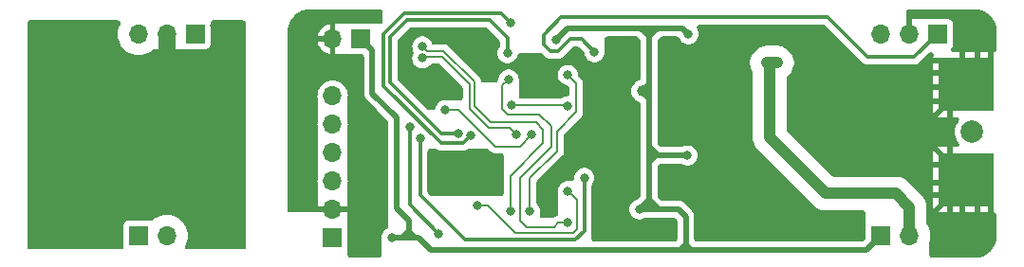
<source format=gbr>
%TF.GenerationSoftware,KiCad,Pcbnew,8.0.6*%
%TF.CreationDate,2024-11-11T23:30:30+07:00*%
%TF.ProjectId,panel,70616e65-6c2e-46b6-9963-61645f706362,rev?*%
%TF.SameCoordinates,PX6b0cc90PY5b8d800*%
%TF.FileFunction,Copper,L2,Bot*%
%TF.FilePolarity,Positive*%
%FSLAX46Y46*%
G04 Gerber Fmt 4.6, Leading zero omitted, Abs format (unit mm)*
G04 Created by KiCad (PCBNEW 8.0.6) date 2024-11-11 23:30:30*
%MOMM*%
%LPD*%
G01*
G04 APERTURE LIST*
%TA.AperFunction,ComponentPad*%
%ADD10R,1.700000X1.700000*%
%TD*%
%TA.AperFunction,ComponentPad*%
%ADD11O,1.700000X1.700000*%
%TD*%
%TA.AperFunction,ComponentPad*%
%ADD12C,2.000000*%
%TD*%
%TA.AperFunction,SMDPad,CuDef*%
%ADD13R,4.900000X4.800000*%
%TD*%
%TA.AperFunction,ViaPad*%
%ADD14C,0.800000*%
%TD*%
%TA.AperFunction,ViaPad*%
%ADD15C,1.000000*%
%TD*%
%TA.AperFunction,Conductor*%
%ADD16C,0.500000*%
%TD*%
%TA.AperFunction,Conductor*%
%ADD17C,0.300000*%
%TD*%
%TA.AperFunction,Conductor*%
%ADD18C,0.200000*%
%TD*%
%TA.AperFunction,Conductor*%
%ADD19C,1.000000*%
%TD*%
%TA.AperFunction,Conductor*%
%ADD20C,1.500000*%
%TD*%
G04 APERTURE END LIST*
D10*
%TO.P,J3,1,1*%
%TO.N,+3.3V*%
X27749999Y1800000D03*
D11*
%TO.P,J3,2,2*%
%TO.N,GND*%
X27749999Y4340000D03*
%TO.P,J3,3,3*%
%TO.N,OE*%
X27749999Y6880000D03*
%TO.P,J3,4,4*%
%TO.N,Pdamp*%
X27749999Y9420000D03*
%TO.P,J3,5,5*%
%TO.N,P-*%
X27749999Y11960000D03*
%TO.P,J3,6,6*%
%TO.N,P+*%
X27749999Y14500000D03*
%TD*%
D12*
%TO.P,REF\u002A\u002A,1*%
%TO.N,Net-(D1-K-Pad3)*%
X84749999Y11250000D03*
%TD*%
D10*
%TO.P,J2,1,Pin_1*%
%TO.N,+5V*%
X30289999Y19580000D03*
D11*
%TO.P,J2,2,Pin_2*%
%TO.N,GND*%
X27749999Y19580000D03*
%TD*%
D10*
%TO.P,J6,1,Pin_1*%
%TO.N,+5V*%
X76669999Y2000000D03*
D11*
%TO.P,J6,2,Pin_2*%
%TO.N,+HV*%
X79209999Y2000000D03*
%TD*%
D10*
%TO.P,J4,1,Pin_1*%
%TO.N,OE*%
X81749999Y20000000D03*
D11*
%TO.P,J4,2,Pin_2*%
%TO.N,GND*%
X79209999Y20000000D03*
%TO.P,J4,3,Pin_3*%
%TO.N,-HV*%
X76669999Y20000000D03*
%TD*%
D13*
%TO.P,J1,2,2*%
%TO.N,GND*%
X84275999Y7000000D03*
X84275999Y15500000D03*
%TD*%
D10*
%TO.P,J5,1,Pin_1*%
%TO.N,OE*%
X15500002Y19999999D03*
D11*
%TO.P,J5,2,Pin_2*%
%TO.N,GND*%
X12960002Y19999999D03*
%TO.P,J5,3,Pin_3*%
%TO.N,-HV*%
X10420002Y19999999D03*
%TD*%
D10*
%TO.P,J7,1,Pin_1*%
%TO.N,+5V*%
X10420002Y1999999D03*
D11*
%TO.P,J7,2,Pin_2*%
%TO.N,+HV*%
X12960002Y1999999D03*
%TD*%
D14*
%TO.N,GND*%
X74749999Y15250000D03*
X85949999Y18850000D03*
X36749999Y6250000D03*
X47249999Y6000000D03*
X36499999Y16750000D03*
X47249999Y4000000D03*
X51249999Y5000000D03*
X61749999Y6500000D03*
X41749999Y6750000D03*
X57249999Y11250000D03*
X67249999Y20250000D03*
X60749999Y7600000D03*
X68999999Y4500000D03*
X56499999Y3000000D03*
X70249999Y2000000D03*
X60749999Y18500000D03*
X36699999Y13900000D03*
X85249999Y3700000D03*
X76249999Y16750000D03*
X53499999Y11250000D03*
X79249999Y12250000D03*
X68999999Y2000000D03*
X68999999Y5750000D03*
X74749999Y16750000D03*
X52499999Y5000000D03*
X40999999Y7500000D03*
X83999999Y750000D03*
X85249999Y750000D03*
X52499999Y3750000D03*
X86499999Y3700000D03*
X83749999Y18850000D03*
X83999999Y3700000D03*
X74749999Y13750000D03*
X68999999Y13750000D03*
X38149999Y19550000D03*
X58999999Y7500000D03*
X80899999Y6700000D03*
X80749999Y12500000D03*
X47249999Y7000000D03*
X74749999Y3750000D03*
X68999999Y3250000D03*
X35499999Y15750000D03*
X32249999Y3000000D03*
X80899999Y5550000D03*
X42499999Y6000000D03*
X77749999Y13000000D03*
X82749999Y3700000D03*
X80899999Y8100000D03*
X71749999Y9000000D03*
X67999999Y6750000D03*
X75749999Y13000000D03*
X36749999Y8250000D03*
X32249999Y5500000D03*
X74799999Y2000000D03*
X28249999Y17000000D03*
X68999999Y12750000D03*
X68249999Y19250000D03*
X57749999Y3000000D03*
X29749999Y500000D03*
X42499999Y7500000D03*
X36749999Y9250000D03*
X60499999Y2900000D03*
X61749999Y8500000D03*
X51249999Y15500000D03*
X81499999Y3700000D03*
X51499999Y11250000D03*
X80749999Y16750000D03*
X80749999Y13750000D03*
X68999999Y11750000D03*
X31249999Y21500000D03*
X31499999Y500000D03*
X52499999Y14250000D03*
X48399999Y14900000D03*
X81499999Y750000D03*
X60749999Y9500000D03*
X61749999Y2900000D03*
X58249999Y11250000D03*
X80749999Y15250000D03*
X47249999Y5000000D03*
X73249999Y2000000D03*
X52499999Y15500000D03*
X79999999Y11500000D03*
X51249999Y3750000D03*
X51249999Y14250000D03*
X63499999Y6500000D03*
X71749999Y2000000D03*
X36749999Y7250000D03*
X54749999Y11250000D03*
X49749999Y11250000D03*
X79249999Y16750000D03*
X73249999Y9000000D03*
X67249999Y7500000D03*
X77749999Y16750000D03*
X29249999Y21500000D03*
X29999999Y5500000D03*
X86499999Y1500000D03*
X37799999Y14800000D03*
X82749999Y750000D03*
%TO.N,+5V*%
X32999999Y1800000D03*
X47649999Y19500000D03*
D15*
X55399999Y14900000D03*
D14*
X59399999Y9150000D03*
X59499999Y20000000D03*
X55124999Y4350000D03*
%TO.N,Pdamp*%
X37199999Y2150000D03*
X34649999Y11750000D03*
%TO.N,DAMP*%
X40699999Y4650000D03*
X48724999Y5950000D03*
%TO.N,Net-(H1-2A)*%
X38949999Y11100000D03*
X43349999Y18300000D03*
%TO.N,P+*%
X35749999Y18900000D03*
X43599999Y4150000D03*
%TO.N,PULSE+*%
X45349999Y4150000D03*
X48724999Y16350000D03*
%TO.N,_PULSE-*%
X37799999Y13200000D03*
X45524999Y11025000D03*
%TO.N,P-*%
X44099999Y11025000D03*
X35749999Y17850000D03*
%TO.N,Net-(H1-4A)*%
X43599999Y21050000D03*
X40062499Y10962500D03*
%TO.N,PULSE-*%
X48724999Y13550000D03*
X43724999Y13650000D03*
%TO.N,OE*%
X51099999Y18400000D03*
X35549999Y10700000D03*
X50199999Y7150000D03*
%TO.N,~{DAMP}*%
X43449999Y15950000D03*
X48724999Y3150000D03*
%TO.N,+HV*%
X67449999Y17500000D03*
X66499999Y17450000D03*
%TO.N,GND*%
X19500002Y20749999D03*
X2250002Y16499999D03*
X5500002Y10499999D03*
X16500002Y7499999D03*
X16500002Y13999999D03*
X1000002Y4749999D03*
X19500002Y7999999D03*
X11750002Y15999999D03*
X7500002Y13499999D03*
X1000002Y20749999D03*
X17250002Y20749999D03*
X8750002Y10499999D03*
X12000002Y13499999D03*
X19500002Y12249999D03*
X5250002Y17499999D03*
X1000002Y16499999D03*
X19500002Y4249999D03*
X16500002Y10499999D03*
X12750002Y7999999D03*
X12750002Y10499999D03*
X5500002Y7999999D03*
X4250002Y13499999D03*
X19500002Y16749999D03*
X1000002Y1249999D03*
X2000002Y19749999D03*
%TD*%
D16*
%TO.N,GND*%
X85249999Y15912000D02*
X85249999Y18988000D01*
X86449999Y2762000D02*
X86449999Y5838000D01*
X85249999Y2962000D02*
X85249999Y6038000D01*
X83787999Y17650000D02*
X80711999Y17650000D01*
X80761999Y8300000D02*
X83837999Y8300000D01*
X80761999Y5650000D02*
X83837999Y5650000D01*
X80899999Y6700000D02*
X83975999Y6700000D01*
X83975999Y6700000D02*
X84275999Y7000000D01*
X83949999Y3062000D02*
X83949999Y6138000D01*
X82799999Y11412000D02*
X82799999Y14488000D01*
X83687999Y16500000D02*
X80611999Y16500000D01*
X82799999Y7962000D02*
X82799999Y11038000D01*
X83949999Y16012000D02*
X83949999Y19088000D01*
X82799999Y3062000D02*
X82799999Y6138000D01*
X83587999Y14000000D02*
X80511999Y14000000D01*
X80761999Y15250000D02*
X83837999Y15250000D01*
X86449999Y15712000D02*
X86449999Y18788000D01*
%TO.N,+5V*%
X75369999Y700000D02*
X76749999Y2080000D01*
X59399999Y9150000D02*
X56749999Y9150000D01*
X59249999Y1250000D02*
X59249999Y1200000D01*
X56799999Y4350000D02*
X58599999Y4350000D01*
X55999999Y19800000D02*
X56749999Y20550000D01*
X34549999Y2400000D02*
X34549999Y2350000D01*
X56749999Y9150000D02*
X55999999Y9900000D01*
X34549999Y2400000D02*
X33949999Y1800000D01*
X55999999Y20550000D02*
X55999999Y19750000D01*
X58549999Y700000D02*
X58749999Y700000D01*
X55999999Y19750000D02*
X55999999Y19800000D01*
X34549999Y3350000D02*
X33449999Y4450000D01*
X55999999Y15500000D02*
X55999999Y15750000D01*
X34549999Y1800000D02*
X35099999Y1800000D01*
X55399999Y14900000D02*
X55399999Y14850000D01*
X34549999Y1800000D02*
X34549999Y2400000D01*
X56749999Y9150000D02*
X56599999Y9150000D01*
X32999999Y1800000D02*
X33949999Y1800000D01*
X55999999Y4350000D02*
X56799999Y4350000D01*
X55999999Y5250000D02*
X55999999Y4350000D01*
X59249999Y1200000D02*
X59749999Y700000D01*
X59249999Y1500000D02*
X59249999Y1250000D01*
X35449999Y1800000D02*
X36549999Y700000D01*
X59249999Y3700000D02*
X59249999Y1500000D01*
X56749999Y20550000D02*
X55249999Y20550000D01*
X56599999Y9150000D02*
X55999999Y8550000D01*
X59249999Y1200000D02*
X58749999Y700000D01*
X55124999Y4350000D02*
X55499999Y4350000D01*
X34549999Y2350000D02*
X35099999Y1800000D01*
X35099999Y1800000D02*
X35449999Y1800000D01*
X56049999Y9150000D02*
X55999999Y9100000D01*
X33449999Y4450000D02*
X33449999Y12550000D01*
X55399999Y14900000D02*
X55999999Y15500000D01*
X59249999Y1250000D02*
X59249999Y700000D01*
X33949999Y1800000D02*
X34549999Y1800000D01*
X55999999Y5250000D02*
X55999999Y5150000D01*
X58749999Y700000D02*
X59749999Y700000D01*
X55999999Y5150000D02*
X56799999Y4350000D01*
X55999999Y8550000D02*
X55999999Y5250000D01*
X55999999Y14250000D02*
X55999999Y9900000D01*
X55999999Y15750000D02*
X55999999Y14250000D01*
X58599999Y4350000D02*
X59249999Y3700000D01*
X55999999Y19800000D02*
X55249999Y20550000D01*
X59499999Y20000000D02*
X58949999Y20550000D01*
X55999999Y5225000D02*
X55124999Y4350000D01*
X55499999Y4350000D02*
X55999999Y4350000D01*
X59249999Y700000D02*
X59299999Y700000D01*
X55999999Y5500000D02*
X55999999Y5225000D01*
X48699999Y20550000D02*
X47649999Y19500000D01*
X55999999Y9900000D02*
X55999999Y9100000D01*
X59749999Y700000D02*
X75369999Y700000D01*
X59249999Y1500000D02*
X59249999Y1200000D01*
X55399999Y14850000D02*
X55999999Y14250000D01*
X56749999Y9150000D02*
X56049999Y9150000D01*
X55999999Y19750000D02*
X55999999Y15750000D01*
X33449999Y12550000D02*
X31299999Y14700000D01*
X58949999Y20550000D02*
X56749999Y20550000D01*
X36549999Y700000D02*
X58549999Y700000D01*
X55999999Y9100000D02*
X55999999Y8550000D01*
X31299999Y14700000D02*
X31299999Y18570000D01*
X34549999Y2400000D02*
X34549999Y3350000D01*
X55249999Y20550000D02*
X48699999Y20550000D01*
X59399999Y19900000D02*
X59499999Y20000000D01*
X31299999Y18570000D02*
X30289999Y19580000D01*
D17*
%TO.N,Pdamp*%
X34612499Y11700000D02*
X34612499Y4737500D01*
X34612499Y4737500D02*
X37199999Y2150000D01*
D18*
%TO.N,DAMP*%
X49549999Y2550000D02*
X49199999Y2200000D01*
X49199999Y2200000D02*
X44074999Y2200000D01*
X49549999Y5200000D02*
X49549999Y2550000D01*
X44074999Y2200000D02*
X41624999Y4650000D01*
X48724999Y5950000D02*
X48799999Y5950000D01*
X41624999Y4650000D02*
X40699999Y4650000D01*
X48799999Y5950000D02*
X49549999Y5200000D01*
D17*
%TO.N,Net-(H1-2A)*%
X34399999Y21250000D02*
X32899999Y19750000D01*
X37449999Y11100000D02*
X38949999Y11100000D01*
X32899999Y15650000D02*
X37449999Y11100000D01*
X32899999Y19750000D02*
X32899999Y15650000D01*
X43349999Y19650000D02*
X41749999Y21250000D01*
X41749999Y21250000D02*
X34399999Y21250000D01*
X43349999Y18300000D02*
X43349999Y19650000D01*
D18*
%TO.N,P+*%
X40399999Y13575000D02*
X40399999Y15750000D01*
X46524999Y11450000D02*
X45874999Y12100000D01*
X46524999Y10275000D02*
X46524999Y11450000D01*
D17*
X27999999Y14250000D02*
X27749999Y14500000D01*
D18*
X45874999Y12100000D02*
X41874999Y12100000D01*
X37649999Y18500000D02*
X36149999Y18500000D01*
X40399999Y15750000D02*
X37649999Y18500000D01*
X36149999Y18500000D02*
X35749999Y18900000D01*
X43599999Y7350000D02*
X46524999Y10275000D01*
X41874999Y12100000D02*
X40399999Y13575000D01*
X43599999Y4150000D02*
X43599999Y7350000D01*
%TO.N,PULSE+*%
X49499999Y13025000D02*
X49499999Y15575000D01*
X45349999Y4150000D02*
X45349999Y7100000D01*
X45349999Y7100000D02*
X47774999Y9525000D01*
X49499999Y15575000D02*
X48724999Y16350000D01*
X47774999Y11300000D02*
X49499999Y13025000D01*
X47774999Y9525000D02*
X47774999Y11300000D01*
%TO.N,_PULSE-*%
X45524999Y11025000D02*
X45524999Y11000000D01*
X45524999Y11000000D02*
X44499999Y9975000D01*
X37849999Y13250000D02*
X37799999Y13200000D01*
X44499999Y9975000D02*
X42249999Y9975000D01*
X38974999Y13250000D02*
X37849999Y13250000D01*
X42249999Y9975000D02*
X38974999Y13250000D01*
%TO.N,P-*%
X39949999Y15550000D02*
X37499999Y18000000D01*
X44099999Y11025000D02*
X43524999Y11600000D01*
X43524999Y11600000D02*
X41674999Y11600000D01*
X41674999Y11600000D02*
X39949999Y13325000D01*
X35899999Y18000000D02*
X35749999Y17850000D01*
X37499999Y18000000D02*
X35899999Y18000000D01*
X39949999Y13325000D02*
X39949999Y15550000D01*
D17*
%TO.N,Net-(H1-4A)*%
X32299999Y15365625D02*
X32299999Y20050000D01*
X34149999Y21900000D02*
X42749999Y21900000D01*
X40062499Y10962500D02*
X39349999Y10250000D01*
X39349999Y10250000D02*
X37415624Y10250000D01*
X32299999Y20050000D02*
X34149999Y21900000D01*
X42749999Y21900000D02*
X43599999Y21050000D01*
X37415624Y10250000D02*
X32299999Y15365625D01*
D18*
%TO.N,PULSE-*%
X43724999Y13650000D02*
X48624999Y13650000D01*
X48624999Y13650000D02*
X48724999Y13550000D01*
D17*
%TO.N,OE*%
X75449999Y17950000D02*
X79649999Y17950000D01*
X46549999Y19100000D02*
X46549999Y19950000D01*
X35549999Y10700000D02*
X35549999Y5600000D01*
X47199999Y18450000D02*
X46549999Y19100000D01*
X47872791Y18450000D02*
X47199999Y18450000D01*
X49399999Y1600000D02*
X50199999Y2400000D01*
X49949999Y19550000D02*
X48972791Y19550000D01*
X39549999Y1600000D02*
X49399999Y1600000D01*
X51099999Y18400000D02*
X49949999Y19550000D01*
X48099999Y21500000D02*
X71899999Y21500000D01*
X46549999Y19950000D02*
X48099999Y21500000D01*
X79649999Y17950000D02*
X81699999Y20000000D01*
X50199999Y2400000D02*
X50199999Y7150000D01*
X71899999Y21500000D02*
X75449999Y17950000D01*
X81699999Y20000000D02*
X81749999Y20000000D01*
X48972791Y19550000D02*
X47872791Y18450000D01*
X35549999Y5600000D02*
X39549999Y1600000D01*
D18*
%TO.N,~{DAMP}*%
X45049999Y2750000D02*
X47499999Y2750000D01*
X44449999Y3350000D02*
X45049999Y2750000D01*
X47224999Y9925000D02*
X44449999Y7150000D01*
X42899999Y13300000D02*
X43374999Y12825000D01*
X47899999Y3150000D02*
X48724999Y3150000D01*
X44449999Y7150000D02*
X44449999Y3350000D01*
X47499999Y2750000D02*
X47899999Y3150000D01*
X46174999Y12825000D02*
X47224999Y11775000D01*
X43449999Y15950000D02*
X42899999Y15400000D01*
X42899999Y15400000D02*
X42899999Y13300000D01*
X47224999Y11775000D02*
X47224999Y9925000D01*
X43374999Y12825000D02*
X46174999Y12825000D01*
D19*
%TO.N,+HV*%
X66499999Y17450000D02*
X67399999Y17450000D01*
X66749999Y17200000D02*
X66749999Y10750000D01*
X66499999Y17450000D02*
X66749999Y17200000D01*
X71749999Y5750000D02*
X77999999Y5750000D01*
X66749999Y10750000D02*
X71749999Y5750000D01*
X79209999Y4540000D02*
X79209999Y2000000D01*
X77999999Y5750000D02*
X79209999Y4540000D01*
D20*
%TO.N,GND*%
X12960002Y19999999D02*
X12960002Y18059999D01*
D16*
X12960002Y18059999D02*
X12950002Y18049999D01*
%TD*%
%TA.AperFunction,Conductor*%
%TO.N,GND*%
G36*
X32046287Y22231046D02*
G01*
X32127069Y22177070D01*
X32181045Y22096288D01*
X32199999Y22001000D01*
X32199999Y21149000D01*
X32181045Y21053712D01*
X32127069Y20972930D01*
X32046287Y20918954D01*
X31950999Y20900000D01*
X31356998Y20900000D01*
X31269983Y20915699D01*
X31247482Y20924092D01*
X31187872Y20930500D01*
X29392133Y20930500D01*
X29392129Y20930500D01*
X29392127Y20930499D01*
X29379313Y20929122D01*
X29332518Y20924092D01*
X29332513Y20924091D01*
X29310016Y20915699D01*
X29223001Y20900000D01*
X28072474Y20900000D01*
X28008027Y20908485D01*
X27999999Y20910636D01*
X27999999Y20013012D01*
X27942992Y20045925D01*
X27815825Y20080000D01*
X27684173Y20080000D01*
X27557006Y20045925D01*
X27499999Y20013012D01*
X27499999Y20910636D01*
X27499997Y20910637D01*
X27286515Y20853434D01*
X27286504Y20853430D01*
X27072427Y20753604D01*
X27072419Y20753600D01*
X26878922Y20618111D01*
X26711888Y20451077D01*
X26576399Y20257580D01*
X26576395Y20257572D01*
X26476569Y20043495D01*
X26476565Y20043484D01*
X26419362Y19830002D01*
X26419363Y19830000D01*
X27316987Y19830000D01*
X27284074Y19772993D01*
X27249999Y19645826D01*
X27249999Y19514174D01*
X27284074Y19387007D01*
X27316987Y19330000D01*
X26419363Y19330000D01*
X26419362Y19329999D01*
X26476565Y19116517D01*
X26476565Y19116515D01*
X26576398Y18902424D01*
X26711888Y18708924D01*
X26878922Y18541890D01*
X27072422Y18406400D01*
X27286510Y18306569D01*
X27499999Y18249365D01*
X27499999Y19146988D01*
X27557006Y19114075D01*
X27684173Y19080000D01*
X27815825Y19080000D01*
X27942992Y19114075D01*
X27999999Y19146988D01*
X27999999Y18245373D01*
X28035151Y18250000D01*
X29249812Y18250000D01*
X29316975Y18237883D01*
X29317356Y18239491D01*
X29332513Y18235910D01*
X29332516Y18235909D01*
X29392126Y18229500D01*
X30300500Y18229501D01*
X30395787Y18210547D01*
X30476568Y18156571D01*
X30530545Y18075789D01*
X30549499Y17980501D01*
X30549499Y14626080D01*
X30578340Y14481089D01*
X30578341Y14481086D01*
X30634912Y14344510D01*
X30634914Y14344507D01*
X30634915Y14344505D01*
X30658111Y14309790D01*
X30717047Y14221584D01*
X31708632Y13230000D01*
X32626569Y12312063D01*
X32680545Y12231281D01*
X32699499Y12135993D01*
X32699499Y4368944D01*
X32699999Y4358771D01*
X32699999Y2813854D01*
X32681045Y2718566D01*
X32627069Y2637784D01*
X32558558Y2590699D01*
X32558571Y2590677D01*
X32558300Y2590522D01*
X32552280Y2586383D01*
X32547271Y2584154D01*
X32394125Y2472886D01*
X32267468Y2332220D01*
X32172821Y2168286D01*
X32114324Y1988256D01*
X32094539Y1800001D01*
X32098635Y1761029D01*
X32099999Y1735002D01*
X32099999Y249000D01*
X32081045Y153712D01*
X32027069Y72930D01*
X31946287Y18954D01*
X31850999Y0D01*
X29348999Y0D01*
X29253711Y18954D01*
X29172929Y72930D01*
X29118953Y153712D01*
X29099999Y249000D01*
X29099999Y886131D01*
X29100356Y899460D01*
X29100496Y902108D01*
X29100499Y902127D01*
X29100498Y2697872D01*
X29100497Y2697876D01*
X29100356Y2700516D01*
X29099999Y2713847D01*
X29099999Y4064764D01*
X29080635Y4090000D01*
X28183011Y4090000D01*
X28215924Y4147007D01*
X28249999Y4274174D01*
X28249999Y4405826D01*
X28215924Y4532993D01*
X28183011Y4590000D01*
X29080634Y4590000D01*
X29099999Y4615238D01*
X29099999Y6804452D01*
X29100947Y6826156D01*
X29105658Y6879998D01*
X29105658Y6880004D01*
X29100947Y6933847D01*
X29099999Y6955550D01*
X29099999Y9344452D01*
X29100947Y9366156D01*
X29102637Y9385465D01*
X29105658Y9420000D01*
X29100947Y9473847D01*
X29099999Y9495550D01*
X29099999Y11884452D01*
X29100947Y11906156D01*
X29105658Y11959998D01*
X29105658Y11960004D01*
X29100947Y12013847D01*
X29099999Y12035550D01*
X29099999Y14424452D01*
X29100947Y14446156D01*
X29102986Y14469454D01*
X29104003Y14481087D01*
X29105658Y14499998D01*
X29105658Y14500006D01*
X29085063Y14735402D01*
X29085062Y14735405D01*
X29085062Y14735408D01*
X29023902Y14963663D01*
X28960000Y15100700D01*
X28924037Y15177823D01*
X28924033Y15177831D01*
X28854755Y15276770D01*
X28788494Y15371401D01*
X28621400Y15538495D01*
X28582334Y15565849D01*
X28427829Y15674035D01*
X28369005Y15701465D01*
X28213662Y15773903D01*
X28213659Y15773904D01*
X27985400Y15835065D01*
X27750004Y15855659D01*
X27749994Y15855659D01*
X27514597Y15835065D01*
X27286334Y15773903D01*
X27286332Y15773902D01*
X27072176Y15674039D01*
X27072168Y15674035D01*
X26878599Y15538496D01*
X26711503Y15371400D01*
X26575964Y15177831D01*
X26575960Y15177823D01*
X26476097Y14963667D01*
X26476096Y14963664D01*
X26427285Y14781496D01*
X26399999Y14726166D01*
X26399999Y14588247D01*
X26390705Y14541528D01*
X26392440Y14521706D01*
X26392439Y14478304D01*
X26386184Y14406816D01*
X26399999Y14331652D01*
X26399999Y12035550D01*
X26399051Y12013847D01*
X26394340Y11960004D01*
X26394340Y11959998D01*
X26399051Y11906156D01*
X26399999Y11884452D01*
X26399999Y9495550D01*
X26399051Y9473847D01*
X26394340Y9420000D01*
X26397361Y9385465D01*
X26399051Y9366156D01*
X26399999Y9344452D01*
X26399999Y6955550D01*
X26399051Y6933847D01*
X26394340Y6880004D01*
X26394340Y6879998D01*
X26399051Y6826156D01*
X26399999Y6804452D01*
X26399999Y4767218D01*
X26413278Y4745724D01*
X26428826Y4649821D01*
X26420500Y4594245D01*
X26419362Y4590001D01*
X26419363Y4590000D01*
X27316987Y4590000D01*
X27284074Y4532993D01*
X27249999Y4405826D01*
X27249999Y4274174D01*
X27284074Y4147007D01*
X27316987Y4090000D01*
X26397948Y4090000D01*
X26390377Y4083360D01*
X26298378Y4052130D01*
X26265877Y4050000D01*
X23999000Y4050000D01*
X23903712Y4068954D01*
X23822930Y4122930D01*
X23768954Y4203712D01*
X23750000Y4299000D01*
X23749999Y20247803D01*
X23750039Y20252243D01*
X23752269Y20377279D01*
X23754763Y20408275D01*
X23760917Y20451077D01*
X23790675Y20658053D01*
X23798226Y20692761D01*
X23816091Y20753604D01*
X23868691Y20932743D01*
X23881101Y20966015D01*
X23985003Y21193529D01*
X24002025Y21224701D01*
X24002027Y21224704D01*
X24137250Y21435115D01*
X24158527Y21463537D01*
X24322321Y21652567D01*
X24347435Y21677680D01*
X24536462Y21841472D01*
X24564884Y21862749D01*
X24775302Y21997977D01*
X24806470Y22014996D01*
X25033984Y22118898D01*
X25067256Y22131308D01*
X25307240Y22201774D01*
X25341946Y22209324D01*
X25591726Y22245237D01*
X25622718Y22247730D01*
X25747756Y22249961D01*
X25752196Y22250000D01*
X31950999Y22250000D01*
X32046287Y22231046D01*
G37*
%TD.AperFunction*%
%TA.AperFunction,Conductor*%
G36*
X71622701Y20830546D02*
G01*
X71703483Y20776570D01*
X74944723Y17535331D01*
X74944722Y17535331D01*
X74998338Y17481716D01*
X75035330Y17444724D01*
X75141872Y17373535D01*
X75141874Y17373535D01*
X75141876Y17373533D01*
X75176548Y17359172D01*
X75260255Y17324499D01*
X75385928Y17299501D01*
X75385929Y17299500D01*
X75385930Y17299500D01*
X79714069Y17299500D01*
X79714069Y17299501D01*
X79839743Y17324499D01*
X79958126Y17373535D01*
X79970901Y17382071D01*
X80064668Y17444723D01*
X80658204Y18038259D01*
X80942436Y18322491D01*
X81023218Y18376468D01*
X81118506Y18395422D01*
X81213794Y18376468D01*
X81294575Y18322492D01*
X81348552Y18241710D01*
X81367506Y18146422D01*
X81351807Y18059407D01*
X81332402Y18007382D01*
X81332400Y18007372D01*
X81325999Y17947833D01*
X81325999Y13052168D01*
X81332400Y12992630D01*
X81332402Y12992620D01*
X81354857Y12932415D01*
X84099928Y15677484D01*
X84180710Y15731460D01*
X84275998Y15750414D01*
X84371286Y15731460D01*
X84452068Y15677484D01*
X84453482Y15676070D01*
X84507458Y15595288D01*
X84526412Y15500000D01*
X84507458Y15404712D01*
X84453482Y15323930D01*
X81734271Y12604720D01*
X81778169Y12600001D01*
X81778171Y12600000D01*
X83385611Y12600000D01*
X83480899Y12581046D01*
X83561681Y12527070D01*
X83615657Y12446288D01*
X83634611Y12351000D01*
X83615657Y12255712D01*
X83568804Y12182355D01*
X83561835Y12174786D01*
X83561829Y12174779D01*
X83425827Y11966609D01*
X83425824Y11966604D01*
X83325935Y11738879D01*
X83325934Y11738875D01*
X83264893Y11497832D01*
X83264891Y11497824D01*
X83244356Y11250000D01*
X83264891Y11002177D01*
X83264893Y11002169D01*
X83306785Y10836744D01*
X83325936Y10761119D01*
X83382150Y10632963D01*
X83425824Y10533397D01*
X83425827Y10533392D01*
X83561829Y10325222D01*
X83561835Y10325215D01*
X83568804Y10317645D01*
X83619397Y10234703D01*
X83634398Y10138713D01*
X83611524Y10044290D01*
X83554256Y9965807D01*
X83471314Y9915214D01*
X83385611Y9900000D01*
X81778176Y9900000D01*
X81734272Y9895281D01*
X84275999Y7353553D01*
X84453482Y7176070D01*
X84507458Y7095288D01*
X84526412Y7000000D01*
X84507458Y6904712D01*
X84453482Y6823930D01*
X81734271Y4104720D01*
X81778169Y4100001D01*
X81778171Y4100000D01*
X86750998Y4100000D01*
X86846286Y4081046D01*
X86927068Y4027070D01*
X86981044Y3946288D01*
X86999998Y3851000D01*
X86999998Y2002196D01*
X86999958Y1997756D01*
X86997728Y1872714D01*
X86995233Y1841718D01*
X86959321Y1591949D01*
X86951772Y1557243D01*
X86881308Y1317264D01*
X86868892Y1283976D01*
X86764994Y1056474D01*
X86747968Y1025294D01*
X86612751Y814891D01*
X86591465Y786456D01*
X86427679Y597438D01*
X86402559Y572318D01*
X86213542Y408533D01*
X86185100Y387242D01*
X85974702Y252028D01*
X85943521Y235002D01*
X85716023Y131107D01*
X85682736Y118691D01*
X85442761Y48228D01*
X85408045Y40676D01*
X85158272Y4765D01*
X85127279Y2271D01*
X85007686Y138D01*
X85002239Y40D01*
X84997802Y0D01*
X81248999Y0D01*
X81153711Y18954D01*
X81072929Y72930D01*
X81018953Y153712D01*
X80999999Y249000D01*
X80999999Y1496166D01*
X81005689Y1549094D01*
X81011089Y1573918D01*
X81046342Y1735974D01*
X81065226Y2000000D01*
X81046342Y2264026D01*
X81005689Y2450907D01*
X80999999Y2503835D01*
X80999999Y2758293D01*
X80947178Y2772757D01*
X80870427Y2832325D01*
X80839994Y2876136D01*
X80770715Y3003011D01*
X80770711Y3003017D01*
X80760163Y3017108D01*
X80718233Y3104749D01*
X80710499Y3166326D01*
X80710499Y4658088D01*
X80710497Y4658104D01*
X80706678Y4682216D01*
X80673552Y4891368D01*
X80614972Y5071659D01*
X80609384Y5088857D01*
X80609382Y5088861D01*
X80608407Y5091861D01*
X80600567Y5115993D01*
X80493342Y5326434D01*
X80354516Y5517510D01*
X78977509Y6894517D01*
X78786433Y7033343D01*
X78575991Y7140568D01*
X78575988Y7140569D01*
X78575983Y7140571D01*
X78447483Y7182323D01*
X78351367Y7213553D01*
X78351365Y7213554D01*
X78351363Y7213554D01*
X78118102Y7250499D01*
X78118093Y7250500D01*
X78118091Y7250500D01*
X78118087Y7250500D01*
X72474667Y7250500D01*
X72379379Y7269454D01*
X72298597Y7323430D01*
X70174194Y9447833D01*
X81325999Y9447833D01*
X81325999Y4552168D01*
X81332400Y4492630D01*
X81332402Y4492620D01*
X81354857Y4432415D01*
X83922445Y7000001D01*
X81354857Y9567589D01*
X81332402Y9507383D01*
X81332401Y9507377D01*
X81325999Y9447833D01*
X70174194Y9447833D01*
X68323429Y11298598D01*
X68269453Y11379380D01*
X68250499Y11474668D01*
X68250499Y16086334D01*
X68269453Y16181622D01*
X68323429Y16262404D01*
X68353134Y16287775D01*
X68377509Y16305483D01*
X68544516Y16472490D01*
X68683342Y16663567D01*
X68790567Y16874008D01*
X68863552Y17098632D01*
X68900499Y17331908D01*
X68900499Y17568092D01*
X68863552Y17801368D01*
X68790567Y18025992D01*
X68683342Y18236433D01*
X68683340Y18236436D01*
X68683339Y18236438D01*
X68544520Y18427505D01*
X68544517Y18427508D01*
X68544516Y18427510D01*
X68377509Y18594517D01*
X68377505Y18594520D01*
X68377503Y18594522D01*
X68186436Y18733341D01*
X68117856Y18768284D01*
X67975991Y18840568D01*
X67975988Y18840569D01*
X67975986Y18840570D01*
X67851078Y18881155D01*
X67751367Y18913553D01*
X67751365Y18913554D01*
X67751363Y18913554D01*
X67518102Y18950499D01*
X67518093Y18950500D01*
X67518091Y18950500D01*
X66618091Y18950500D01*
X66381907Y18950500D01*
X66381904Y18950500D01*
X66381895Y18950499D01*
X66148634Y18913554D01*
X65924014Y18840571D01*
X65924009Y18840569D01*
X65713565Y18733343D01*
X65522491Y18594519D01*
X65355480Y18427508D01*
X65216656Y18236434D01*
X65109430Y18025990D01*
X65109428Y18025985D01*
X65036445Y17801365D01*
X64999500Y17568104D01*
X64999499Y17568088D01*
X64999499Y17331913D01*
X64999500Y17331897D01*
X65024016Y17177112D01*
X65036446Y17098632D01*
X65067676Y17002516D01*
X65109428Y16874016D01*
X65109430Y16874010D01*
X65221098Y16654848D01*
X65218773Y16653664D01*
X65246430Y16578719D01*
X65249499Y16539746D01*
X65249499Y10631913D01*
X65249500Y10631897D01*
X65286445Y10398636D01*
X65286446Y10398632D01*
X65310301Y10325215D01*
X65358020Y10178349D01*
X65359431Y10174008D01*
X65466656Y9963566D01*
X65605482Y9772490D01*
X70772489Y4605482D01*
X70963566Y4466657D01*
X70963568Y4466656D01*
X71141329Y4376082D01*
X71174007Y4359432D01*
X71398631Y4286447D01*
X71631907Y4249500D01*
X71868091Y4249500D01*
X75050999Y4249500D01*
X75146287Y4230546D01*
X75227069Y4176570D01*
X75281045Y4095788D01*
X75299999Y4000500D01*
X75299999Y1794508D01*
X75281045Y1699220D01*
X75227071Y1618441D01*
X75132059Y1523429D01*
X75051281Y1469454D01*
X74955993Y1450500D01*
X60249499Y1450500D01*
X60154211Y1469454D01*
X60073429Y1523430D01*
X60019453Y1604212D01*
X60000499Y1699500D01*
X60000499Y3773919D01*
X60000498Y3773921D01*
X59998947Y3781716D01*
X59971657Y3918913D01*
X59915083Y4055495D01*
X59898010Y4081046D01*
X59882192Y4104720D01*
X59873463Y4117784D01*
X59832951Y4178416D01*
X59078415Y4932952D01*
X59078411Y4932955D01*
X59078409Y4932957D01*
X59078410Y4932957D01*
X59004731Y4982185D01*
X59004728Y4982188D01*
X59004728Y4982187D01*
X58955494Y5015084D01*
X58818912Y5071658D01*
X58818910Y5071659D01*
X58673919Y5100500D01*
X58673917Y5100500D01*
X57214007Y5100500D01*
X57118719Y5119454D01*
X57037937Y5173430D01*
X56823429Y5387938D01*
X56769453Y5468720D01*
X56750499Y5564008D01*
X56750499Y8135993D01*
X56769453Y8231281D01*
X56823429Y8312063D01*
X56837936Y8326570D01*
X56918718Y8380546D01*
X57014006Y8399500D01*
X58822264Y8399500D01*
X58917552Y8380546D01*
X58946761Y8366142D01*
X58947271Y8365848D01*
X59120188Y8288859D01*
X59120191Y8288858D01*
X59120196Y8288856D01*
X59305353Y8249500D01*
X59494644Y8249500D01*
X59494645Y8249500D01*
X59679802Y8288856D01*
X59852729Y8365849D01*
X60005870Y8477112D01*
X60132532Y8617784D01*
X60227178Y8781716D01*
X60285673Y8961744D01*
X60305459Y9150000D01*
X60285673Y9338256D01*
X60227178Y9518284D01*
X60132532Y9682216D01*
X60132530Y9682219D01*
X60132529Y9682220D01*
X60005872Y9822886D01*
X60005871Y9822887D01*
X60005870Y9822888D01*
X59878794Y9915214D01*
X59852727Y9934153D01*
X59679809Y10011142D01*
X59679795Y10011146D01*
X59494645Y10050500D01*
X59305353Y10050500D01*
X59120202Y10011146D01*
X59120188Y10011142D01*
X58947271Y9934153D01*
X58946761Y9933858D01*
X58946123Y9933642D01*
X58935348Y9928844D01*
X58934907Y9929835D01*
X58854762Y9902630D01*
X58822264Y9900500D01*
X57164005Y9900500D01*
X57068717Y9919454D01*
X56987938Y9973428D01*
X56823429Y10137938D01*
X56769453Y10218720D01*
X56750499Y10314007D01*
X56750499Y19385993D01*
X56769453Y19481281D01*
X56823429Y19562063D01*
X56987936Y19726570D01*
X57068718Y19780546D01*
X57164006Y19799500D01*
X58437395Y19799500D01*
X58532683Y19780546D01*
X58613465Y19726570D01*
X58667441Y19645788D01*
X58671729Y19634166D01*
X58672816Y19631724D01*
X58672819Y19631719D01*
X58672820Y19631716D01*
X58764627Y19472702D01*
X58767468Y19467781D01*
X58894125Y19327115D01*
X58894128Y19327112D01*
X58975098Y19268284D01*
X59047270Y19215848D01*
X59220188Y19138859D01*
X59220191Y19138858D01*
X59220196Y19138856D01*
X59405353Y19099500D01*
X59594644Y19099500D01*
X59594645Y19099500D01*
X59779802Y19138856D01*
X59871990Y19179901D01*
X59952727Y19215848D01*
X59952727Y19215849D01*
X59952729Y19215849D01*
X60105870Y19327112D01*
X60232532Y19467784D01*
X60327178Y19631716D01*
X60385673Y19811744D01*
X60405459Y20000000D01*
X60385673Y20188256D01*
X60327178Y20368284D01*
X60264988Y20476001D01*
X60233759Y20568000D01*
X60240114Y20664947D01*
X60283084Y20752082D01*
X60356130Y20816141D01*
X60448129Y20847370D01*
X60480629Y20849500D01*
X71527413Y20849500D01*
X71622701Y20830546D01*
G37*
%TD.AperFunction*%
%TA.AperFunction,Conductor*%
G36*
X41472701Y20580546D02*
G01*
X41553483Y20526570D01*
X42626569Y19453484D01*
X42680545Y19372702D01*
X42699499Y19277414D01*
X42699499Y19018906D01*
X42680545Y18923618D01*
X42635544Y18852295D01*
X42617468Y18832220D01*
X42522821Y18668286D01*
X42464324Y18488256D01*
X42444539Y18300000D01*
X42464324Y18111745D01*
X42488203Y18038256D01*
X42522820Y17931716D01*
X42599155Y17799500D01*
X42617468Y17767781D01*
X42654087Y17727112D01*
X42744128Y17627112D01*
X42825368Y17568088D01*
X42897270Y17515848D01*
X43070188Y17438859D01*
X43070191Y17438858D01*
X43070196Y17438856D01*
X43255353Y17399500D01*
X43444644Y17399500D01*
X43444645Y17399500D01*
X43629802Y17438856D01*
X43642980Y17444723D01*
X43802727Y17515848D01*
X43802727Y17515849D01*
X43802729Y17515849D01*
X43955870Y17627112D01*
X44082532Y17767784D01*
X44177178Y17931716D01*
X44235673Y18111744D01*
X44235673Y18111745D01*
X44239706Y18124156D01*
X44242555Y18123231D01*
X44272125Y18192045D01*
X44341720Y18259836D01*
X44431961Y18295833D01*
X44477325Y18300000D01*
X46326913Y18300000D01*
X46422201Y18281046D01*
X46502982Y18227070D01*
X46785330Y17944723D01*
X46785334Y17944719D01*
X46855911Y17897564D01*
X46873314Y17885935D01*
X46873316Y17885934D01*
X46873319Y17885931D01*
X46873320Y17885931D01*
X46891872Y17873535D01*
X46891874Y17873535D01*
X46891876Y17873533D01*
X46905756Y17867784D01*
X47010255Y17824499D01*
X47135928Y17799501D01*
X47135929Y17799500D01*
X47135930Y17799500D01*
X47936861Y17799500D01*
X47936861Y17799501D01*
X48062535Y17824499D01*
X48180918Y17873535D01*
X48199470Y17885931D01*
X48287460Y17944723D01*
X48943237Y18600500D01*
X49169308Y18826570D01*
X49250089Y18880546D01*
X49345377Y18899500D01*
X49577413Y18899500D01*
X49672701Y18880546D01*
X49753483Y18826570D01*
X50133890Y18446163D01*
X50187866Y18365381D01*
X50205456Y18296122D01*
X50214324Y18211745D01*
X50242784Y18124156D01*
X50272820Y18031716D01*
X50356987Y17885935D01*
X50367468Y17867781D01*
X50457509Y17767781D01*
X50494128Y17727112D01*
X50584100Y17661744D01*
X50647270Y17615848D01*
X50820188Y17538859D01*
X50820191Y17538858D01*
X50820196Y17538856D01*
X51005353Y17499500D01*
X51194644Y17499500D01*
X51194645Y17499500D01*
X51379802Y17538856D01*
X51445458Y17568088D01*
X51552727Y17615848D01*
X51552727Y17615849D01*
X51552729Y17615849D01*
X51705870Y17727112D01*
X51832532Y17867784D01*
X51927178Y18031716D01*
X51985673Y18211744D01*
X52005459Y18400000D01*
X52005459Y18400002D01*
X52001363Y18438974D01*
X51999999Y18465000D01*
X51999999Y18581499D01*
X52000182Y18582421D01*
X51999999Y18583577D01*
X51999999Y19550500D01*
X52018953Y19645788D01*
X52072929Y19726570D01*
X52153711Y19780546D01*
X52248999Y19799500D01*
X54835992Y19799500D01*
X54931280Y19780546D01*
X55012061Y19726570D01*
X55176568Y19562064D01*
X55230545Y19481283D01*
X55249499Y19385995D01*
X55249499Y16084538D01*
X55230545Y15989250D01*
X55176569Y15908468D01*
X55095787Y15854492D01*
X55072784Y15846261D01*
X55015272Y15828815D01*
X55015265Y15828812D01*
X54841462Y15735912D01*
X54689119Y15610886D01*
X54689113Y15610880D01*
X54564087Y15458537D01*
X54471187Y15284734D01*
X54471184Y15284726D01*
X54413974Y15096132D01*
X54394658Y14900000D01*
X54413974Y14703869D01*
X54471184Y14515275D01*
X54471187Y14515267D01*
X54564087Y14341464D01*
X54590084Y14309787D01*
X54689116Y14189117D01*
X54797096Y14100500D01*
X54841462Y14064089D01*
X55015265Y13971189D01*
X55015270Y13971187D01*
X55015272Y13971186D01*
X55072781Y13953741D01*
X55158461Y13907945D01*
X55220096Y13832844D01*
X55248300Y13739873D01*
X55249499Y13715464D01*
X55249499Y5639008D01*
X55230545Y5543720D01*
X55176569Y5462938D01*
X55176568Y5462938D01*
X54998408Y5284779D01*
X54917627Y5230803D01*
X54874115Y5217292D01*
X54845206Y5211147D01*
X54845198Y5211145D01*
X54845196Y5211144D01*
X54845193Y5211143D01*
X54845185Y5211140D01*
X54672270Y5134153D01*
X54519125Y5022886D01*
X54392468Y4882220D01*
X54297821Y4718286D01*
X54239324Y4538256D01*
X54219539Y4350000D01*
X54239324Y4161745D01*
X54268572Y4071730D01*
X54297820Y3981716D01*
X54379640Y3840000D01*
X54392468Y3817781D01*
X54489896Y3709577D01*
X54519128Y3677112D01*
X54622332Y3602130D01*
X54672270Y3565848D01*
X54845188Y3488859D01*
X54845191Y3488858D01*
X54845196Y3488856D01*
X55030353Y3449500D01*
X55219644Y3449500D01*
X55219645Y3449500D01*
X55404802Y3488856D01*
X55577729Y3565849D01*
X55577733Y3565853D01*
X55578237Y3566142D01*
X55578874Y3566359D01*
X55589650Y3571156D01*
X55590090Y3570166D01*
X55670236Y3597370D01*
X55702734Y3599500D01*
X55926081Y3599500D01*
X56726081Y3599500D01*
X56726082Y3599500D01*
X56873917Y3599500D01*
X58185991Y3599500D01*
X58281279Y3580546D01*
X58362061Y3526570D01*
X58426569Y3462062D01*
X58480545Y3381280D01*
X58499499Y3285992D01*
X58499499Y1699500D01*
X58480545Y1604212D01*
X58426569Y1523430D01*
X58345787Y1469454D01*
X58250499Y1450500D01*
X51098999Y1450500D01*
X51003711Y1469454D01*
X50922929Y1523430D01*
X50868953Y1604212D01*
X50849999Y1699500D01*
X50849999Y2318620D01*
X50850499Y2328793D01*
X50850499Y6431097D01*
X50869453Y6526385D01*
X50914454Y6597708D01*
X50932532Y6617784D01*
X51027178Y6781716D01*
X51085673Y6961744D01*
X51105459Y7150000D01*
X51085673Y7338256D01*
X51027178Y7518284D01*
X50932532Y7682216D01*
X50932530Y7682219D01*
X50932529Y7682220D01*
X50805872Y7822886D01*
X50805871Y7822887D01*
X50805870Y7822888D01*
X50674278Y7918495D01*
X50652727Y7934153D01*
X50479809Y8011142D01*
X50479795Y8011146D01*
X50294645Y8050500D01*
X50105353Y8050500D01*
X49920202Y8011146D01*
X49920188Y8011142D01*
X49747270Y7934153D01*
X49594125Y7822886D01*
X49467468Y7682220D01*
X49372821Y7518286D01*
X49314324Y7338256D01*
X49297279Y7176070D01*
X49294539Y7150000D01*
X49297163Y7125027D01*
X49288274Y7028281D01*
X49243038Y6942300D01*
X49168342Y6880175D01*
X49075557Y6851364D01*
X49049528Y6850000D01*
X48837452Y6850000D01*
X48827916Y6850500D01*
X48819645Y6850500D01*
X48630353Y6850500D01*
X48445202Y6811146D01*
X48445188Y6811142D01*
X48272270Y6734153D01*
X48119125Y6622886D01*
X47992468Y6482220D01*
X47897821Y6318286D01*
X47839324Y6138256D01*
X47819539Y5950000D01*
X47839324Y5761747D01*
X47842038Y5748982D01*
X47840617Y5748681D01*
X47849999Y5689456D01*
X47849999Y3949351D01*
X47831045Y3854063D01*
X47777069Y3773281D01*
X47696287Y3719305D01*
X47670862Y3710674D01*
X47668211Y3709576D01*
X47536200Y3633359D01*
X47444201Y3602130D01*
X47411701Y3600000D01*
X46460855Y3600000D01*
X46365567Y3618954D01*
X46284785Y3672930D01*
X46230809Y3753712D01*
X46211855Y3849000D01*
X46224042Y3925945D01*
X46235671Y3961738D01*
X46235670Y3961738D01*
X46235673Y3961744D01*
X46255459Y4150000D01*
X46235673Y4338256D01*
X46177178Y4518284D01*
X46082532Y4682216D01*
X46082530Y4682219D01*
X46082529Y4682220D01*
X46014456Y4757823D01*
X45964781Y4841318D01*
X45950499Y4924436D01*
X45950499Y6748126D01*
X45969453Y6843414D01*
X46023427Y6924194D01*
X48143712Y9044479D01*
X48143715Y9044480D01*
X48255519Y9156284D01*
X48330668Y9286447D01*
X48334576Y9293215D01*
X48375500Y9445943D01*
X48375500Y9604057D01*
X48375500Y9619317D01*
X48375499Y9619335D01*
X48375499Y10948126D01*
X48394453Y11043414D01*
X48448427Y11124194D01*
X49868712Y12544479D01*
X49868715Y12544480D01*
X49980519Y12656284D01*
X50059576Y12793216D01*
X50100499Y12945943D01*
X50100499Y15475864D01*
X50100500Y15475877D01*
X50100500Y15654057D01*
X50095146Y15674039D01*
X50059576Y15806784D01*
X50040548Y15839741D01*
X50011232Y15890519D01*
X49980519Y15943716D01*
X49699411Y16224823D01*
X49645435Y16305603D01*
X49627845Y16374863D01*
X49610673Y16538256D01*
X49552178Y16718284D01*
X49457532Y16882216D01*
X49457530Y16882219D01*
X49457529Y16882220D01*
X49330872Y17022886D01*
X49330871Y17022887D01*
X49330870Y17022888D01*
X49226617Y17098632D01*
X49177727Y17134153D01*
X49004809Y17211142D01*
X49004795Y17211146D01*
X48819645Y17250500D01*
X48630353Y17250500D01*
X48445202Y17211146D01*
X48445188Y17211142D01*
X48272270Y17134153D01*
X48119125Y17022886D01*
X47992468Y16882220D01*
X47897821Y16718286D01*
X47839324Y16538256D01*
X47819539Y16350000D01*
X47839324Y16161745D01*
X47853306Y16118714D01*
X47897820Y15981716D01*
X47986098Y15828814D01*
X47992468Y15817781D01*
X48077873Y15722930D01*
X48119128Y15677112D01*
X48150861Y15654057D01*
X48272270Y15565848D01*
X48445188Y15488859D01*
X48445191Y15488858D01*
X48445196Y15488856D01*
X48630353Y15449500D01*
X48650499Y15449500D01*
X48745787Y15430546D01*
X48826569Y15376570D01*
X48880545Y15295788D01*
X48899499Y15200500D01*
X48899499Y14699500D01*
X48880545Y14604212D01*
X48826569Y14523430D01*
X48745787Y14469454D01*
X48650499Y14450500D01*
X48630353Y14450500D01*
X48445202Y14411146D01*
X48445188Y14411142D01*
X48272270Y14334153D01*
X48222587Y14298055D01*
X48134356Y14257380D01*
X48076228Y14250500D01*
X44598999Y14250500D01*
X44503711Y14269454D01*
X44422929Y14323430D01*
X44368953Y14404212D01*
X44349999Y14499500D01*
X44349999Y15885002D01*
X44351363Y15911030D01*
X44355459Y15950000D01*
X44335673Y16138256D01*
X44277178Y16318284D01*
X44182532Y16482216D01*
X44182530Y16482219D01*
X44182529Y16482220D01*
X44055872Y16622886D01*
X44055871Y16622887D01*
X44055870Y16622888D01*
X43979299Y16678520D01*
X43902727Y16734153D01*
X43729809Y16811142D01*
X43729795Y16811146D01*
X43544645Y16850500D01*
X43355353Y16850500D01*
X43170202Y16811146D01*
X43170188Y16811142D01*
X42997270Y16734153D01*
X42844125Y16622886D01*
X42717468Y16482220D01*
X42641131Y16350000D01*
X42622820Y16318284D01*
X42594304Y16230522D01*
X42564325Y16138257D01*
X42547152Y15974865D01*
X42518341Y15882080D01*
X42475587Y15824825D01*
X42419478Y15768716D01*
X42409540Y15755764D01*
X42407653Y15757212D01*
X42358772Y15701465D01*
X42271640Y15658489D01*
X42207178Y15650000D01*
X41239542Y15650000D01*
X41144254Y15668954D01*
X41063472Y15722930D01*
X41009496Y15803712D01*
X40999026Y15834556D01*
X40997637Y15839740D01*
X40997637Y15839741D01*
X40959576Y15981785D01*
X40959576Y15981786D01*
X40930638Y16031906D01*
X40930635Y16031911D01*
X40880520Y16118714D01*
X40880519Y16118716D01*
X40768715Y16230520D01*
X40768712Y16230522D01*
X38130520Y18868714D01*
X38130519Y18868716D01*
X38018715Y18980520D01*
X37929425Y19032071D01*
X37922741Y19035930D01*
X37881784Y19059577D01*
X37881786Y19059577D01*
X37774754Y19088256D01*
X37729056Y19100501D01*
X37570942Y19100501D01*
X37555681Y19100501D01*
X37555665Y19100500D01*
X36812603Y19100500D01*
X36717315Y19119454D01*
X36636533Y19173430D01*
X36582557Y19254212D01*
X36578268Y19265835D01*
X36577181Y19268277D01*
X36577179Y19268280D01*
X36577178Y19268284D01*
X36482532Y19432216D01*
X36482530Y19432219D01*
X36482529Y19432220D01*
X36355872Y19572886D01*
X36355871Y19572887D01*
X36355870Y19572888D01*
X36271528Y19634166D01*
X36202727Y19684153D01*
X36029809Y19761142D01*
X36029795Y19761146D01*
X35844645Y19800500D01*
X35655353Y19800500D01*
X35470202Y19761146D01*
X35470188Y19761142D01*
X35297270Y19684153D01*
X35144125Y19572886D01*
X35017468Y19432220D01*
X34958451Y19329999D01*
X34922820Y19268284D01*
X34920500Y19261144D01*
X34864324Y19088256D01*
X34844539Y18900000D01*
X34864325Y18711744D01*
X34864325Y18711742D01*
X34922818Y18531720D01*
X34941422Y18499496D01*
X34972649Y18407496D01*
X34966293Y18310549D01*
X34941422Y18250504D01*
X34922818Y18218281D01*
X34864325Y18038259D01*
X34864325Y18038257D01*
X34844539Y17850000D01*
X34864324Y17661745D01*
X34893572Y17571730D01*
X34922820Y17481716D01*
X35013589Y17324499D01*
X35017468Y17317781D01*
X35113485Y17211144D01*
X35144128Y17177112D01*
X35252141Y17098636D01*
X35297270Y17065848D01*
X35470188Y16988859D01*
X35470191Y16988858D01*
X35470196Y16988856D01*
X35655353Y16949500D01*
X35844644Y16949500D01*
X35844645Y16949500D01*
X36029802Y16988856D01*
X36202729Y17065849D01*
X36355870Y17177112D01*
X36421949Y17250500D01*
X36481930Y17317114D01*
X36559776Y17375244D01*
X36653942Y17399159D01*
X36666972Y17399500D01*
X37148124Y17399500D01*
X37243412Y17380546D01*
X37324194Y17326570D01*
X39276569Y15374195D01*
X39330545Y15293413D01*
X39349499Y15198125D01*
X39349499Y14349000D01*
X39330545Y14253712D01*
X39276569Y14172930D01*
X39195787Y14118954D01*
X39100499Y14100000D01*
X37912452Y14100000D01*
X37902916Y14100500D01*
X37894645Y14100500D01*
X37705353Y14100500D01*
X37520202Y14061146D01*
X37520188Y14061142D01*
X37347270Y13984153D01*
X37194125Y13872886D01*
X37067468Y13732220D01*
X36972820Y13568285D01*
X36925307Y13422054D01*
X36877834Y13337287D01*
X36801537Y13277139D01*
X36708029Y13250768D01*
X36688494Y13250000D01*
X36323085Y13250000D01*
X36227797Y13268954D01*
X36147015Y13322930D01*
X33623429Y15846516D01*
X33569453Y15927298D01*
X33550499Y16022586D01*
X33550499Y19377414D01*
X33569453Y19472702D01*
X33623429Y19553484D01*
X34596515Y20526570D01*
X34677297Y20580546D01*
X34772585Y20599500D01*
X41377413Y20599500D01*
X41472701Y20580546D01*
G37*
%TD.AperFunction*%
%TA.AperFunction,Conductor*%
G36*
X37012813Y9731046D02*
G01*
X37055863Y9708035D01*
X37078038Y9693218D01*
X37107498Y9673534D01*
X37151259Y9655408D01*
X37225880Y9624499D01*
X37351553Y9599501D01*
X37351554Y9599500D01*
X37351555Y9599500D01*
X39414069Y9599500D01*
X39414069Y9599501D01*
X39539743Y9624499D01*
X39658126Y9673535D01*
X39659570Y9674500D01*
X39659571Y9674501D01*
X39659571Y9674500D01*
X39659576Y9674505D01*
X39709767Y9708041D01*
X39799528Y9745217D01*
X39848098Y9750000D01*
X41522624Y9750000D01*
X41617912Y9731046D01*
X41698694Y9677070D01*
X41769477Y9606287D01*
X41769479Y9606284D01*
X41881283Y9494480D01*
X42018215Y9415423D01*
X42130018Y9385466D01*
X42170941Y9374500D01*
X42170942Y9374500D01*
X42750999Y9374500D01*
X42846287Y9355546D01*
X42927069Y9301570D01*
X42981045Y9220788D01*
X42999999Y9125500D01*
X42999999Y7449182D01*
X42999498Y7441537D01*
X42999498Y7250878D01*
X42999499Y7250865D01*
X42999499Y5749000D01*
X42980545Y5653712D01*
X42926569Y5572930D01*
X42845787Y5518954D01*
X42750499Y5500000D01*
X41053538Y5500000D01*
X40992819Y5509618D01*
X40992567Y5508431D01*
X40794645Y5550500D01*
X40605353Y5550500D01*
X40407431Y5508431D01*
X40407178Y5509618D01*
X40346460Y5500000D01*
X36673085Y5500000D01*
X36577797Y5518954D01*
X36497015Y5572930D01*
X36273429Y5796516D01*
X36219453Y5877298D01*
X36200499Y5972586D01*
X36200499Y9501000D01*
X36219453Y9596288D01*
X36273429Y9677070D01*
X36354211Y9731046D01*
X36449499Y9750000D01*
X36917525Y9750000D01*
X37012813Y9731046D01*
G37*
%TD.AperFunction*%
%TA.AperFunction,Conductor*%
G36*
X85002238Y22249960D02*
G01*
X85007043Y22249875D01*
X85127290Y22247728D01*
X85158255Y22245237D01*
X85408050Y22209322D01*
X85442758Y22201771D01*
X85682736Y22131307D01*
X85716009Y22118898D01*
X85943538Y22014988D01*
X85974688Y21997979D01*
X86185101Y21862755D01*
X86213541Y21841465D01*
X86402558Y21677680D01*
X86427678Y21652560D01*
X86591463Y21463543D01*
X86612751Y21435106D01*
X86747974Y21224695D01*
X86764988Y21193535D01*
X86868892Y20966018D01*
X86881305Y20932738D01*
X86951769Y20692760D01*
X86959321Y20658045D01*
X86995232Y20408274D01*
X86997726Y20377280D01*
X86999957Y20252245D01*
X86999997Y20247803D01*
X86999997Y18649000D01*
X86981043Y18553712D01*
X86927067Y18472930D01*
X86846285Y18418954D01*
X86750997Y18400000D01*
X83161196Y18400000D01*
X83065908Y18418954D01*
X82985126Y18472930D01*
X82931150Y18553712D01*
X82912196Y18649000D01*
X82931150Y18744288D01*
X82961859Y18798217D01*
X83043795Y18907669D01*
X83094090Y19042517D01*
X83100499Y19102127D01*
X83100498Y20897872D01*
X83094090Y20957483D01*
X83043795Y21092331D01*
X82957545Y21207546D01*
X82842330Y21293796D01*
X82762116Y21323714D01*
X82707480Y21344092D01*
X82647875Y21350500D01*
X81052946Y21350500D01*
X80982481Y21364517D01*
X80860744Y21351427D01*
X80834125Y21350000D01*
X79485233Y21350000D01*
X79459999Y21330638D01*
X79459999Y20433012D01*
X79402992Y20465925D01*
X79275825Y20500000D01*
X79144173Y20500000D01*
X79017006Y20465925D01*
X78959999Y20433012D01*
X78959999Y21405422D01*
X78952130Y21428602D01*
X78949999Y21461107D01*
X78949999Y22001000D01*
X78968953Y22096288D01*
X79022929Y22177070D01*
X79103711Y22231046D01*
X79198999Y22250000D01*
X84997796Y22250000D01*
X85002238Y22249960D01*
G37*
%TD.AperFunction*%
%TD*%
%TA.AperFunction,Conductor*%
%TO.N,GND*%
G36*
X8669773Y21231045D02*
G01*
X8750555Y21177069D01*
X8804531Y21096287D01*
X8823485Y21000999D01*
X8804531Y20905711D01*
X8793031Y20881676D01*
X8732428Y20770688D01*
X8639925Y20522677D01*
X8583659Y20264025D01*
X8564775Y19999999D01*
X8583659Y19735973D01*
X8639925Y19477321D01*
X8705755Y19300822D01*
X8732427Y19229312D01*
X8732429Y19229308D01*
X8834424Y19042518D01*
X8859286Y18996988D01*
X9017915Y18785084D01*
X9205087Y18597912D01*
X9416991Y18439283D01*
X9649313Y18312425D01*
X9897324Y18219922D01*
X10155976Y18163656D01*
X10420002Y18144772D01*
X10684028Y18163656D01*
X10942680Y18219922D01*
X11190691Y18312425D01*
X11423013Y18439283D01*
X11634917Y18597912D01*
X11634921Y18597917D01*
X11638151Y18600334D01*
X11725791Y18642264D01*
X11787371Y18649999D01*
X12710001Y18649999D01*
X13210003Y18649999D01*
X14586132Y18649999D01*
X14599460Y18649642D01*
X14602112Y18649501D01*
X14602129Y18649499D01*
X16397874Y18649500D01*
X16457485Y18655908D01*
X16592333Y18706203D01*
X16707548Y18792453D01*
X16793798Y18907668D01*
X16844093Y19042516D01*
X16850502Y19102126D01*
X16850501Y20897871D01*
X16844093Y20957482D01*
X16844092Y20957483D01*
X16842428Y20972971D01*
X16846287Y20973386D01*
X16843863Y21040765D01*
X16877791Y21131803D01*
X16943976Y21202927D01*
X17032341Y21243310D01*
X17089667Y21249999D01*
X19751002Y21249999D01*
X19846290Y21231045D01*
X19927072Y21177069D01*
X19981048Y21096287D01*
X20000002Y21000999D01*
X20000002Y998999D01*
X19981048Y903711D01*
X19927072Y822929D01*
X19846290Y768953D01*
X19751002Y749999D01*
X14805519Y749999D01*
X14710231Y768953D01*
X14629449Y822929D01*
X14575473Y903711D01*
X14556519Y998999D01*
X14575473Y1094287D01*
X14586972Y1118323D01*
X14647576Y1229310D01*
X14740079Y1477321D01*
X14796345Y1735973D01*
X14815229Y1999999D01*
X14796345Y2264025D01*
X14740079Y2522677D01*
X14647576Y2770688D01*
X14520718Y3003010D01*
X14362089Y3214914D01*
X14174917Y3402086D01*
X13963013Y3560715D01*
X13730691Y3687573D01*
X13730689Y3687574D01*
X13659179Y3714246D01*
X13482680Y3780076D01*
X13280295Y3824102D01*
X13224029Y3836342D01*
X12960002Y3855226D01*
X12695974Y3836342D01*
X12583442Y3811862D01*
X12437324Y3780076D01*
X12365812Y3753404D01*
X12189314Y3687574D01*
X12189310Y3687572D01*
X11956997Y3560719D01*
X11956990Y3560715D01*
X11745092Y3402091D01*
X11745088Y3402087D01*
X11716132Y3373132D01*
X11635349Y3319158D01*
X11540060Y3300207D01*
X11453053Y3315906D01*
X11377486Y3344090D01*
X11377487Y3344090D01*
X11317875Y3350499D01*
X9522136Y3350499D01*
X9522132Y3350499D01*
X9522130Y3350498D01*
X9509316Y3349121D01*
X9462521Y3344091D01*
X9462517Y3344090D01*
X9327672Y3293796D01*
X9212457Y3207546D01*
X9212455Y3207544D01*
X9126206Y3092330D01*
X9075910Y2957481D01*
X9069502Y2897876D01*
X9069502Y1102134D01*
X9069503Y1102130D01*
X9077576Y1027027D01*
X9073716Y1026613D01*
X9076141Y959233D01*
X9042213Y868195D01*
X8976028Y797071D01*
X8887663Y756688D01*
X8830337Y749999D01*
X749002Y749999D01*
X653714Y768953D01*
X572932Y822929D01*
X518956Y903711D01*
X500002Y998999D01*
X500002Y21000999D01*
X518956Y21096287D01*
X572932Y21177069D01*
X653714Y21231045D01*
X749002Y21249999D01*
X8574485Y21249999D01*
X8669773Y21231045D01*
G37*
%TD.AperFunction*%
%TA.AperFunction,Conductor*%
G36*
X13210002Y18841999D02*
G01*
X12710002Y18908666D01*
X12710002Y19566987D01*
X12767009Y19534074D01*
X12894176Y19499999D01*
X13025828Y19499999D01*
X13152995Y19534074D01*
X13210002Y19566987D01*
X13210002Y18841999D01*
G37*
%TD.AperFunction*%
%TD*%
M02*

</source>
